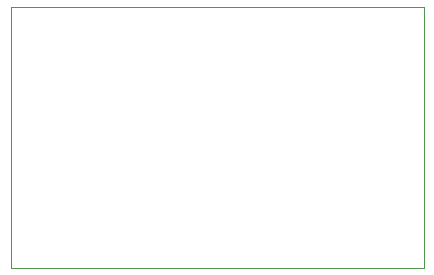
<source format=gbr>
%TF.GenerationSoftware,KiCad,Pcbnew,9.0.0*%
%TF.CreationDate,2025-04-24T23:16:59+03:00*%
%TF.ProjectId,Modular_Filter_kicad,4d6f6475-6c61-4725-9f46-696c7465725f,rev?*%
%TF.SameCoordinates,Original*%
%TF.FileFunction,Profile,NP*%
%FSLAX46Y46*%
G04 Gerber Fmt 4.6, Leading zero omitted, Abs format (unit mm)*
G04 Created by KiCad (PCBNEW 9.0.0) date 2025-04-24 23:16:59*
%MOMM*%
%LPD*%
G01*
G04 APERTURE LIST*
%TA.AperFunction,Profile*%
%ADD10C,0.050000*%
%TD*%
G04 APERTURE END LIST*
D10*
X79135400Y-93573600D02*
X114107800Y-93573600D01*
X114107800Y-115722400D01*
X79135400Y-115722400D01*
X79135400Y-93573600D01*
M02*

</source>
